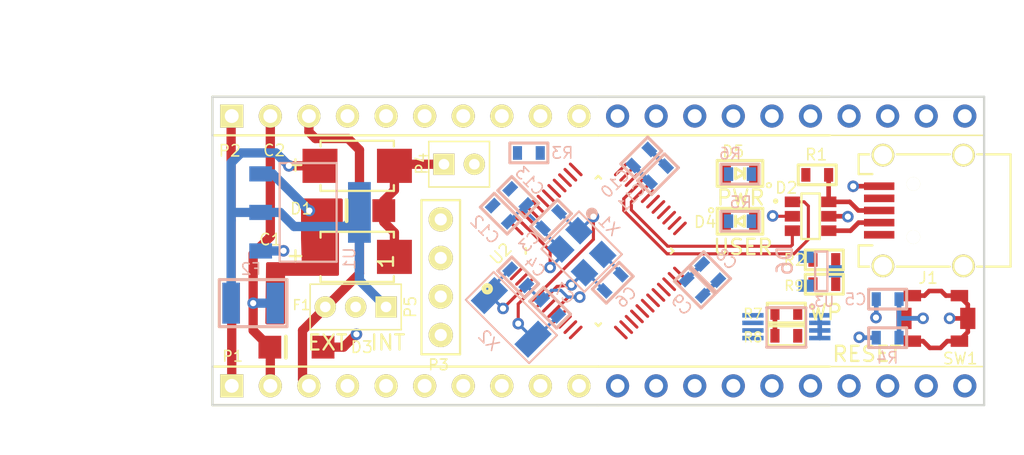
<source format=kicad_pcb>
(kicad_pcb (version 20221018) (generator pcbnew)
  (layers (0 "F.Cu" signal) (1 "In1.Cu" power "+3.3V") (2 "In2.Cu" power "GND") (31 "B.Cu" signal) (34 "B.Paste" user) (35 "F.Paste" user) (36 "B.SilkS" user "B.Silkscreen") (37 "F.SilkS" user "F.Silkscreen") (38 "B.Mask" user) (39 "F.Mask" user) (44 "Edge.Cuts" user))
  (net 0 "")
  (net 1 "Net-(C1-Pad1)")
  (net 2 "GND")
  (net 3 "/X1")
  (net 4 "/X3")
  (net 5 "/~{MRST}")
  (net 6 "/X2")
  (net 7 "/X4")
  (net 8 "/USB_DM")
  (net 9 "/USB_DP")
  (net 10 "Net-(D2-Pad4)")
  (net 11 "+3.3V")
  (net 12 "Net-(D2-Pad6)")
  (net 13 "/+3.3V_OUT")
  (net 14 "+5V")
  (net 15 "Net-(J1-Pad4)")
  (net 16 "/VBAT")
  (net 17 "/PC13")
  (net 18 "/PA0")
  (net 19 "/PA1")
  (net 20 "/PA2")
  (net 21 "/PA3")
  (net 22 "/PA4")
  (net 23 "/PA5")
  (net 24 "/PA6")
  (net 25 "/PA7")
  (net 26 "/PB0")
  (net 27 "/PB1")
  (net 28 "/PB2")
  (net 29 "/PB10")
  (net 30 "/PB11")
  (net 31 "/+3.3V_IN")
  (net 32 "/PB9")
  (net 33 "/PB8")
  (net 34 "/PB7")
  (net 35 "/PB6")
  (net 36 "/PB5")
  (net 37 "/PB4")
  (net 38 "/PB3")
  (net 39 "/PA15")
  (net 40 "/PA10")
  (net 41 "/PA9")
  (net 42 "/PA8")
  (net 43 "/PB15")
  (net 44 "/PB14")
  (net 45 "/PB13")
  (net 46 "/PB12")
  (net 47 "/SWDIO")
  (net 48 "/SWCLK")
  (net 49 "/BOOT")
  (net 50 "Net-(D4-PadA)")
  (net 51 "Net-(D5-PadA)")
  (net 52 "/+3.3V_INT")
  (net 53 "Net-(P2-Pad4)")
  (net 54 "/WP")
  (net 55 "Net-(D6-Pad2)")
  (net 56 "Net-(D6-Pad1)")
  (net 57 "Net-(D6-Pad3)")
  (footprint "Kicad:CAPACITOR_TANTALUM_C" (layer "F.Cu") (at 61.6 124.85)
    (fp_text reference "C1" (at -5.715 -1.143) (layer "F.SilkS") (effects (font (size 0.75 0.75) (thickness 0.1))))
    (fp_text value "47uF" hide)
    (fp_text user "+" (at -4.064 -0.127) (layer "F.SilkS"))
    (pad "1" smd rect (at -2.45 0) (size 2.3 2.25) (layers "F.Cu" "F.Paste" "F.Mask") (net 1 "Net-(C1-Pad1)"))
    (pad "2" smd rect (at 2.45 0) (size 2.3 2.25) (layers "F.Cu" "F.Paste" "F.Mask") (net 2 "GND"))
  )
  (footprint "Kicad:CAPACITOR_TANTALUM_C" (layer "F.Cu") (at 61.6 118.85)
    (fp_text reference "C2" (at -5.461 -1.016) (layer "F.SilkS") (effects (font (size 0.75 0.75) (thickness 0.1))))
    (fp_text value "47uF" hide)
    (fp_text user "+" (at -4.064 -0.127) (layer "F.SilkS"))
    (pad "1" smd rect (at -2.45 0) (size 2.3 2.25) (layers "F.Cu" "F.Paste" "F.Mask") (net 52 "/+3.3V_INT"))
    (pad "2" smd rect (at 2.45 0) (size 2.3 2.25) (layers "F.Cu" "F.Paste" "F.Mask") (net 2 "GND"))
  )
  (footprint "Kicad:MINI_SMA" (layer "F.Cu") (at 61.6 121.8 180)
    (fp_text reference "D1" (at 3.683 0.127 180) (layer "F.SilkS") (effects (font (size 0.75 0.75) (thickness 0.1))))
    (fp_text value "SMLJ33ABCT" hide)
    (pad "A" smd rect (at -1.75 0 180) (size 1.5 1.5) (layers "F.Cu" "F.Paste" "F.Mask") (net 2 "GND"))
    (pad "K" smd rect (at 1.75 0 180) (size 1.5 1.5) (layers "F.Cu" "F.Paste" "F.Mask") (net 1 "Net-(C1-Pad1)"))
  )
  (footprint "Kicad:SOT23-6" (layer "F.Cu") (at 92.6465 122.174 -90)
    (fp_text reference "D2" (at -1.874 2.7965) (layer "F.SilkS") (effects (font (size 0.75 0.75) (thickness 0.1))))
    (fp_text value "USBLC6-2" hide)
    (pad "1" smd rect (at -0.95 2.4 270) (size 0.7 1) (layers "F.Cu" "F.Paste" "F.Mask") (net 9 "/USB_DP"))
    (pad "2" smd rect (at 0 2.4 270) (size 0.7 1) (layers "F.Cu" "F.Paste" "F.Mask") (net 2 "GND"))
    (pad "3" smd rect (at 0.95 2.4 270) (size 0.7 1) (layers "F.Cu" "F.Paste" "F.Mask") (net 8 "/USB_DM"))
    (pad "4" smd rect (at 0.95 0 270) (size 0.7 1) (layers "F.Cu" "F.Paste" "F.Mask") (net 10 "Net-(D2-Pad4)"))
    (pad "5" smd rect (at 0 0 270) (size 0.7 1) (layers "F.Cu" "F.Paste" "F.Mask") (net 11 "+3.3V"))
    (pad "6" smd rect (at -0.95 0 270) (size 0.7 1) (layers "F.Cu" "F.Paste" "F.Mask") (net 12 "Net-(D2-Pad6)"))
  )
  (footprint "Kicad:MINI_SMA" (layer "F.Cu") (at 57.6 130.8 180)
    (fp_text reference "D3" (at -4.3 0 180) (layer "F.SilkS") (effects (font (size 0.75 0.75) (thickness 0.1))))
    (fp_text value "SMLJ33ABCT" hide)
    (pad "A" smd rect (at -1.75 0 180) (size 1.5 1.5) (layers "F.Cu" "F.Paste" "F.Mask") (net 2 "GND"))
    (pad "K" smd rect (at 1.75 0 180) (size 1.5 1.5) (layers "F.Cu" "F.Paste" "F.Mask") (net 13 "/+3.3V_OUT"))
  )
  (footprint "Kicad:P1210" (layer "F.Cu") (at 54.75 127.9)
    (fp_text reference "F1" (at 3.175 0.127) (layer "F.SilkS") (effects (font (size 0.65 0.65) (thickness 0.0975))))
    (fp_text value "FUSE_PTC_.75A_33V" hide)
    (pad "1" smd rect (at -1.45 0) (size 1.15 2.7) (layers "F.Cu" "F.Paste" "F.Mask") (net 14 "+5V"))
    (pad "2" smd rect (at 1.45 0) (size 1.15 2.7) (layers "F.Cu" "F.Paste" "F.Mask") (net 1 "Net-(C1-Pad1)"))
  )
  (footprint "Kicad:CONN_USB_UX60-MB" (layer "F.Cu") (at 96.012 121.793 90)
    (fp_text reference "J1" (at -4.445 3.175 180) (layer "F.SilkS") (effects (font (size 0.75 0.75) (thickness 0.1))))
    (fp_text value "USB_MINI_B_SMD" hide)
    (pad "" np_thru_hole circle (at -1.75 2.2 90) (size 0.9 0.9) (drill 0.9) (layers "*.Cu" "*.Mask" "F.SilkS"))
    (pad "" np_thru_hole circle (at 1.75 2.2 90) (size 0.9 0.9) (drill 0.9) (layers "*.Cu" "*.Mask" "F.SilkS"))
    (pad "1" smd rect (at -1.6 -0.05 90) (size 0.5 2) (layers "F.Cu" "F.Paste" "F.Mask") (net 55 "Net-(D6-Pad2)"))
    (pad "2" smd rect (at -0.8 -0.05 90) (size 0.5 2) (layers "F.Cu" "F.Paste" "F.Mask") (net 10 "Net-(D2-Pad4)"))
    (pad "3" smd rect (at 0 -0.05 90) (size 0.5 2) (layers "F.Cu" "F.Paste" "F.Mask") (net 12 "Net-(D2-Pad6)"))
    (pad "4" smd rect (at 0.8 -0.05 90) (size 0.5 2) (layers "F.Cu" "F.Paste" "F.Mask") (net 15 "Net-(J1-Pad4)"))
    (pad "5" smd rect (at 1.6 -0.05 90) (size 0.5 2) (layers "F.Cu" "F.Paste" "F.Mask") (net 2 "GND"))
    (pad "6" thru_hole circle (at -3.65 0.2 90) (size 1.5 1.5) (drill 1.2) (layers "*.Cu" "*.Mask" "F.SilkS") (net 2 "GND"))
    (pad "7" thru_hole circle (at 3.65 0.2 90) (size 1.5 1.5) (drill 1.2) (layers "*.Cu" "*.Mask" "F.SilkS") (net 2 "GND"))
    (pad "8" thru_hole circle (at -3.65 5.5 90) (size 1.5 1.5) (drill 1.2) (layers "*.Cu" "*.Mask" "F.SilkS") (net 2 "GND"))
    (pad "9" thru_hole circle (at 3.65 5.5 90) (size 1.5 1.5) (drill 1.2) (layers "*.Cu" "*.Mask" "F.SilkS") (net 2 "GND"))
  )
  (footprint "Kicad:HEADER_1X20_100MIL" (layer "F.Cu") (at 53.34 133.35)
    (fp_text reference "P1" (at 0.06 -1.95) (layer "F.SilkS") (effects (font (size 0.7 0.7) (thickness 0.1))))
    (fp_text value "CONN_1x20" hide)
    (pad "1" thru_hole rect (at 0 0) (size 1.524 1.524) (drill 0.9144) (layers "*.Cu" "*.Mask" "F.SilkS") (net 14 "+5V"))
    (pad "2" thru_hole circle (at 2.54 0) (size 1.524 1.524) (drill 0.9144) (layers "*.Cu" "*.Mask" "F.SilkS") (net 13 "/+3.3V_OUT"))
    (pad "3" thru_hole circle (at 5.08 0) (size 1.524 1.524) (drill 0.9144) (layers "*.Cu" "*.Mask" "F.SilkS") (net 31 "/+3.3V_IN"))
    (pad "4" thru_hole circle (at 7.62 0) (size 1.524 1.524) (drill 0.9144) (layers "*.Cu" "*.Mask" "F.SilkS") (net 16 "/VBAT"))
    (pad "5" thru_hole circle (at 10.16 0) (size 1.524 1.524) (drill 0.9144) (layers "*.Cu" "*.Mask" "F.SilkS") (net 17 "/PC13"))
    (pad "6" thru_hole circle (at 12.7 0) (size 1.524 1.524) (drill 0.9144) (layers "*.Cu" "*.Mask" "F.SilkS") (net 5 "/~{MRST}"))
    (pad "7" thru_hole circle (at 15.24 0) (size 1.524 1.524) (drill 0.9144) (layers "*.Cu" "*.Mask" "F.SilkS") (net 18 "/PA0"))
    (pad "8" thru_hole circle (at 17.78 0) (size 1.524 1.524) (drill 0.9144) (layers "*.Cu" "*.Mask" "F.SilkS") (net 19 "/PA1"))
    (pad "9" thru_hole circle (at 20.32 0) (size 1.524 1.524) (drill 0.9144) (layers "*.Cu" "*.Mask" "F.SilkS") (net 20 "/PA2"))
    (pad "10" thru_hole circle (at 22.86 0) (size 1.524 1.524) (drill 0.9144) (layers "*.Cu" "*.Mask" "F.SilkS") (net 21 "/PA3"))
    (pad "11" thru_hole circle (at 25.4 0) (size 1.524 1.524) (drill 0.9144) (layers "*.Cu" "*.Mask") (net 22 "/PA4"))
    (pad "12" thru_hole circle (at 27.94 0) (size 1.524 1.524) (drill 0.9144) (layers "*.Cu" "*.Mask") (net 23 "/PA5"))
    (pad "13" thru_hole circle (at 30.48 0) (size 1.524 1.524) (drill 0.9144) (layers "*.Cu" "*.Mask") (net 24 "/PA6"))
    (pad "14" thru_hole circle (at 33.02 0) (size 1.524 1.524) (drill 0.9144) (layers "*.Cu" "*.Mask") (net 25 "/PA7"))
    (pad "15" thru_hole circle (at 35.56 0) (size 1.524 1.524) (drill 0.9144) (layers "*.Cu" "*.Mask") (net 26 "/PB0"))
    (pad "16" thru_hole circle (at 38.1 0) (size 1.524 1.524) (drill 0.9144) (layers "*.Cu" "*.Mask") (net 27 "/PB1"))
    (pad "17" thru_hole circle (at 40.64 0) (size 1.524 1.524) (drill 0.9144) (layers "*.Cu" "*.Mask") (net 28 "/PB2"))
    (pad "18" thru_hole circle (at 43.18 0) (size 1.524 1.524) (drill 0.9144) (layers "*.Cu" "*.Mask") (net 29 "/PB10"))
    (pad "19" thru_hole circle (at 45.72 0) (size 1.524 1.524) (drill 0.9144) (layers "*.Cu" "*.Mask") (net 30 "/PB11"))
    (pad "20" thru_hole circle (at 48.26 0) (size 1.524 1.524) (drill 0.9144) (layers "*.Cu" "*.Mask") (net 2 "GND"))
  )
  (footprint "Kicad:HEADER_1X20_100MIL" (layer "F.Cu") (at 53.34 115.57)
    (fp_text reference "P2" (at -0.127 2.286) (layer "F.SilkS") (effects (font (size 0.75 0.75) (thickness 0.1))))
    (fp_text value "CONN_1x20" hide)
    (pad "1" thru_hole rect (at 0 0) (size 1.524 1.524) (drill 0.9144) (layers "*.Cu" "*.Mask" "F.SilkS") (net 14 "+5V"))
    (pad "2" thru_hole circle (at 2.54 0) (size 1.524 1.524) (drill 0.9144) (layers "*.Cu" "*.Mask" "F.SilkS") (net 13 "/+3.3V_OUT"))
    (pad "3" thru_hole circle (at 5.08 0) (size 1.524 1.524) (drill 0.9144) (layers "*.Cu" "*.Mask" "F.SilkS") (net 31 "/+3.3V_IN"))
    (pad "4" thru_hole circle (at 7.62 0) (size 1.524 1.524) (drill 0.9144) (layers "*.Cu" "*.Mask" "F.SilkS") (net 53 "Net-(P2-Pad4)"))
    (pad "5" thru_hole circle (at 10.16 0) (size 1.524 1.524) (drill 0.9144) (layers "*.Cu" "*.Mask" "F.SilkS") (net 32 "/PB9"))
    (pad "6" thru_hole circle (at 12.7 0) (size 1.524 1.524) (drill 0.9144) (layers "*.Cu" "*.Mask" "F.SilkS") (net 33 "/PB8"))
    (pad "7" thru_hole circle (at 15.24 0) (size 1.524 1.524) (drill 0.9144) (layers "*.Cu" "*.Mask" "F.SilkS") (net 34 "/PB7"))
    (pad "8" thru_hole circle (at 17.78 0) (size 1.524 1.524) (drill 0.9144) (layers "*.Cu" "*.Mask" "F.SilkS") (net 35 "/PB6"))
    (pad "9" thru_hole circle (at 20.32 0) (size 1.524 1.524) (drill 0.9144) (layers "*.Cu" "*.Mask" "F.SilkS") (net 36 "/PB5"))
    (pad "10" thru_hole circle (at 22.86 0) (size 1.524 1.524) (drill 0.9144) (layers "*.Cu" "*.Mask" "F.SilkS") (net 37 "/PB4"))
    (pad "11" thru_hole circle (at 25.4 0) (size 1.524 1.524) (drill 0.9144) (layers "*.Cu" "*.Mask") (net 38 "/PB3"))
    (pad "12" thru_hole circle (at 27.94 0) (size 1.524 1.524) (drill 0.9144) (layers "*.Cu" "*.Mask") (net 39 "/PA15"))
    (pad "13" thru_hole circle (at 30.48 0) (size 1.524 1.524) (drill 0.9144) (layers "*.Cu" "*.Mask") (net 40 "/PA10"))
    (pad "14" thru_hole circle (at 33.02 0) (size 1.524 1.524) (drill 0.9144) (layers "*.Cu" "*.Mask") (net 41 "/PA9"))
    (pad "15" thru_hole circle (at 35.56 0) (size 1.524 1.524) (drill 0.9144) (layers "*.Cu" "*.Mask") (net 42 "/PA8"))
    (pad "16" thru_hole circle (at 38.1 0) (size 1.524 1.524) (drill 0.9144) (layers "*.Cu" "*.Mask") (net 43 "/PB15"))
    (pad "17" thru_hole circle (at 40.64 0) (size 1.524 1.524) (drill 0.9144) (layers "*.Cu" "*.Mask") (net 44 "/PB14"))
    (pad "18" thru_hole circle (at 43.18 0) (size 1.524 1.524) (drill 0.9144) (layers "*.Cu" "*.Mask") (net 45 "/PB13"))
    (pad "19" thru_hole circle (at 45.72 0) (size 1.524 1.524) (drill 0.9144) (layers "*.Cu" "*.Mask") (net 46 "/PB12"))
    (pad "20" thru_hole circle (at 48.26 0) (size 1.524 1.524) (drill 0.9144) (layers "*.Cu" "*.Mask") (net 2 "GND"))
  )
  (footprint "Kicad:Connector_1x4_100mil_TH" (layer "F.Cu") (at 67.1 130 180)
    (fp_text reference "P3" (at 0.145 -1.965 180) (layer "F.SilkS") (effects (font (size 0.7 0.7) (thickness 0.1))))
    (fp_text value "CONN_1x4" hide)
    (pad "1" thru_hole circle (at 0 0 180) (size 1.6 1.6) (drill 0.8) (layers "*.Cu" "*.Mask" "F.SilkS") (net 47 "/SWDIO"))
    (pad "2" thru_hole circle (at 0 2.54 180) (size 1.6 1.6) (drill 0.8) (layers "*.Cu" "*.Mask" "F.SilkS") (net 2 "GND"))
    (pad "3" thru_hole circle (at 0 5.08 180) (size 1.6 1.6) (drill 0.8) (layers "*.Cu" "*.Mask" "F.SilkS") (net 48 "/SWCLK"))
    (pad "4" thru_hole circle (at 0 7.62 180) (size 1.6 1.6) (drill 0.8) (layers "*.Cu" "*.Mask" "F.SilkS") (net 11 "+3.3V"))
  )
  (footprint "Kicad:P0603" (layer "F.Cu") (at 91.8845 119.444)
    (fp_text reference "R1" (at -0.0635 -1.3335) (layer "F.SilkS") (effects (font (size 0.75 0.75) (thickness 0.1))))
    (fp_text value "1.50kΩ" hide)
    (pad "1" smd rect (at -0.75 0) (size 0.6 0.9) (layers "F.Cu" "F.Paste" "F.Mask") (net 11 "+3.3V"))
    (pad "2" smd rect (at 0.75 0) (size 0.6 0.9) (layers "F.Cu" "F.Paste" "F.Mask") (net 12 "Net-(D2-Pad6)"))
  )
  (footprint "Kicad:P0603" (layer "F.Cu") (at 92.35 125.05 180)
    (fp_text reference "R2" (at 1.95 0) (layer "F.SilkS") (effects (font (size 0.75 0.75) (thickness 0.1))))
    (fp_text value "ZERO_Ω" hide)
    (pad "1" smd rect (at -0.75 0 180) (size 0.6 0.9) (layers "F.Cu" "F.Paste" "F.Mask") (net 14 "+5V"))
    (pad "2" smd rect (at 0.75 0 180) (size 0.6 0.9) (layers "F.Cu" "F.Paste" "F.Mask") (net 57 "Net-(D6-Pad3)"))
  )
  (footprint "Kicad:QFP48_7X7_0.5" (layer "F.Cu") (at 77.47 124.46 45)
    (fp_text reference "U2" (at -4.669733 -4.400325 45) (layer "F.SilkS") (effects (font (size 0.75 0.75) (thickness 0.1))))
    (fp_text value "STM32L152Cxx" hide)
    (pad "1" smd oval (at -4.85 -2.75 135) (size 0.2 1.2) (layers "F.Cu" "F.Paste" "F.Mask") (net 16 "/VBAT"))
    (pad "2" smd oval (at -4.85 -2.25 135) (size 0.2 1.2) (layers "F.Cu" "F.Paste" "F.Mask") (net 17 "/PC13"))
    (pad "3" smd oval (at -4.85 -1.75 135) (size 0.2 1.2) (layers "F.Cu" "F.Paste" "F.Mask") (net 4 "/X3"))
    (pad "4" smd oval (at -4.85 -1.25 135) (size 0.2 1.2) (layers "F.Cu" "F.Paste" "F.Mask") (net 7 "/X4"))
    (pad "5" smd oval (at -4.85 -0.75 135) (size 0.2 1.2) (layers "F.Cu" "F.Paste" "F.Mask") (net 3 "/X1"))
    (pad "6" smd oval (at -4.85 -0.25 135) (size 0.2 1.2) (layers "F.Cu" "F.Paste" "F.Mask") (net 6 "/X2"))
    (pad "7" smd oval (at -4.85 0.25 135) (size 0.2 1.2) (layers "F.Cu" "F.Paste" "F.Mask") (net 5 "/~{MRST}"))
    (pad "8" smd oval (at -4.85 0.75 135) (size 0.2 1.2) (layers "F.Cu" "F.Paste" "F.Mask") (net 2 "GND"))
    (pad "9" smd oval (at -4.85 1.25 135) (size 0.2 1.2) (layers "F.Cu" "F.Paste" "F.Mask") (net 11 "+3.3V"))
    (pad "10" smd oval (at -4.85 1.75 135) (size 0.2 1.2) (layers "F.Cu" "F.Paste" "F.Mask") (net 18 "/PA0"))
    (pad "11" smd oval (at -4.85 2.25 135) (size 0.2 1.2) (layers "F.Cu" "F.Paste" "F.Mask") (net 19 "/PA1"))
    (pad "12" smd oval (at -4.85 2.75 135) (size 0.2 1.2) (layers "F.Cu" "F.Paste" "F.Mask") (net 20 "/PA2"))
    (pad "13" smd oval (at -2.75 4.85 45) (size 0.2 1.2) (layers "F.Cu" "F.Paste" "F.Mask") (net 21 "/PA3"))
    (pad "14" smd oval (at -2.25 4.85 45) (size 0.2 1.2) (layers "F.Cu" "F.Paste" "F.Mask") (net 22 "/PA4"))
    (pad "15" smd oval (at -1.75 4.85 45) (size 0.2 1.2) (layers "F.Cu" "F.Paste" "F.Mask") (net 23 "/PA5"))
    (pad "16" smd oval (at -1.25 4.85 45) (size 0.2 1.2) (layers "F.Cu" "F.Paste" "F.Mask") (net 24 "/PA6"))
    (pad "17" smd oval (at -0.75 4.85 45) (size 0.2 1.2) (layers "F.Cu" "F.Paste" "F.Mask") (net 25 "/PA7"))
    (pad "18" smd oval (at -0.25 4.85 45) (size 0.2 1.2) (layers "F.Cu" "F.Paste" "F.Mask") (net 26 "/PB0"))
    (pad "19" smd oval (at 0.25 4.85 45) (size 0.2 1.2) (layers "F.Cu" "F.Paste" "F.Mask") (net 27 "/PB1"))
    (pad "20" smd oval (at 0.75 4.85 45) (size 0.2 1.2) (layers "F.Cu" "F.Paste" "F.Mask") (net 28 "/PB2"))
    (pad "21" smd oval (at 1.25 4.85 45) (size 0.2 1.2) (layers "F.Cu" "F.Paste" "F.Mask") (net 29 "/PB10"))
    (pad "22" smd oval (at 1.75 4.85 45) (size 0.2 1.2) (layers "F.Cu" "F.Paste" "F.Mask") (net 30 "/PB11"))
    (pad "23" smd oval (at 2.25 4.85 45) (size 0.2 1.2) (layers "F.Cu" "F.Paste" "F.Mask") (net 2 "GND"))
    (pad "24" smd oval (at 2.75 4.85 45) (size 0.2 1.2) (layers "F.Cu" "F.Paste" "F.Mask") (net 11 "+3.3V"))
    (pad "25" smd oval (at 4.85 2.75 135) (size 0.2 1.2) (layers "F.Cu" "F.Paste" "F.Mask") (net 46 "/PB12"))
    (pad "26" smd oval (at 4.85 2.25 135) (size 0.2 1.2) (layers "F.Cu" "F.Paste" "F.Mask") (net 45 "/PB13"))
    (pad "27" smd oval (at 4.85 1.75 135) (size 0.2 1.2) (layers "F.Cu" "F.Paste" "F.Mask") (net 44 "/PB14"))
    (pad "28" smd oval (at 4.85 1.25 135) (size 0.2 1.2) (layers "F.Cu" "F.Paste" "F.Mask") (net 43 "/PB15"))
    (pad "29" smd oval (at 4.85 0.75 135) (size 0.2 1.2) (layers "F.Cu" "F.Paste" "F.Mask") (net 42 "/PA8"))
    (pad "30" smd oval (at 4.85 0.25 135) (size 0.2 1.2) (layers "F.Cu" "F.Paste" "F.Mask") (net 41 "/PA9"))
    (pad "31" smd oval (at 4.85 -0.25 135) (size 0.2 1.2) (layers "F.Cu" "F.Paste" "F.Mask") (net 40 "/PA10"))
    (pad "32" smd oval (at 4.85 -0.75 135) (size 0.2 1.2) (layers "F.Cu" "F.Paste" "F.Mask") (net 8 "/USB_DM"))
    (pad "33" smd oval (at 4.85 -1.25 135) (size 0.2 1.2) (layers "F.Cu" "F.Paste" "F.Mask") (net 9 "/USB_DP"))
    (pad "34" smd oval (at 4.85 -1.75 135) (size 0.2 1.2) (layers "F.Cu" "F.Paste" "F.Mask") (net 47 "/SWDIO"))
    (pad "35" smd oval (at 4.85 -2.25 135) (size 0.2 1.2) (layers "F.Cu" "F.Paste" "F.Mask") (net 2 "GND"))
    (pad "36" smd oval (at 4.85 -2.75 135) (size 0.2 1.2) (layers "F.Cu" "F.Paste" "F.Mask") (net 11 "+3.3V"))
    (pad "37" smd oval (at 2.75 -4.85 45) (size 0.2 1.2) (layers "F.Cu" "F.Paste" "F.Mask") (net 48 "/SWCLK"))
    (pad "38" smd oval (at 2.25 -4.85 45) (size 0.2 1.2) (layers "F.Cu" "F.Paste" "F.Mask") (net 39 "/PA15"))
    (pad "39" smd oval (at 1.75 -4.85 45) (size 0.2 1.2) (layers "F.Cu" "F.Paste" "F.Mask") (net 38 "/PB3"))
    (pad "40" smd oval (at 1.25 -4.85 45) (size 0.2 1.2) (layers "F.Cu" "F.Paste" "F.Mask") (net 37 "/PB4"))
    (pad "41" smd oval (at 0.75 -4.85 45) (size 0.2 1.2) (layers "F.Cu" "F.Paste" "F.Mask") (net 36 "/PB5"))
    (pad "42" smd oval (at 0.25 -4.85 45) (size 0.2 1.2) (layers "F.Cu" "F.Paste" "F.Mask") (net 35 "/PB6"))
    (pad "43" smd oval (at -0.25 -4.85 45) (size 0.2 1.2) (layers "F.Cu" "F.Paste" "F.Mask") (net 34 "/PB7"))
    (pad "44" smd oval (at -0.75 -4.85 45) (size 0.2 1.2) (layers "F.Cu" "F.Paste" "F.Mask") (net 49 "/BOOT"))
    (pad "45" smd oval (at -1.25 -4.85 45) (size 0.2 1.2) (layers "F.Cu" "F.Paste" "F.Mask") (net 33 "/PB8"))
    (pad "46" smd oval (at -1.75 -4.85 45) (size 0.2 1.2) (layers "F.Cu" "F.Paste" "F.Mask") (net 32 "/PB9"))
    (pad "47" smd oval (at -2.25 -4.85 45) (size 0.2 1.2) (layers "F.Cu" "F.Paste" "F.Mask") (net 2 "GND"))
    (pad "48" smd oval (at -2.75 -4.85 45) (size 0.2 1.2) (layers "F.Cu" "F.Paste" "F.Mask") (net 11 "+3.3V"))
  )
  (footprint "Kicad:D0805" (layer "F.Cu") (at 86.8 122.5)
    (fp_text reference "D4" (at -2.3 0.05) (layer "F.SilkS") (effects (font (size 0.75 0.75) (thickness 0.1))))
    (fp_text value "Led_Small" hide)
    (fp_text user "○" (at -1.9 -0.75) (layer "F.SilkS") (effects (font (size 0.4 0.4) (thickness 0.1))))
    (pad "A" smd rect (at 0.95 0) (size 0.7 1.3) (layers "F.Cu" "F.Paste" "F.Mask") (net 50 "Net-(D4-PadA)"))
    (pad "K" smd rect (at -0.95 0) (size 0.7 1.3) (layers "F.Cu" "F.Paste" "F.Mask") (net 30 "/PB11"))
  )
  (footprint "Kicad:D0805" (layer "F.Cu") (at 86.8 119.35 180)
    (fp_text reference "D5" (at 0.45 1.45 180) (layer "F.SilkS") (effects (font (size 0.75 0.75) (thickness 0.1))))
    (fp_text value "Led_Small" hide)
    (fp_text user "○" (at -1.9 -0.75 180) (layer "F.SilkS") (effects (font (size 0.4 0.4) (thickness 0.1))))
    (pad "A" smd rect (at 0.95 0 180) (size 0.7 1.3) (layers "F.Cu" "F.Paste" "F.Mask") (net 51 "Net-(D5-PadA)"))
    (pad "K" smd rect (at -0.95 0 180) (size 0.7 1.3) (layers "F.Cu" "F.Paste" "F.Mask") (net 2 "GND"))
  )
  (footprint "Kicad:HEADER_1X2_2MM" (layer "F.Cu") (at 67.31 118.745 90)
    (fp_text reference "P4" (at 0.045 -1.46 90) (layer "F.SilkS") (effects (font (size 0.75 0.75) (thickness 0.1))))
    (fp_text value "Header_2x1" hide)
    (pad "1" thru_hole rect (at 0 0 90) (size 1.4 1.4) (drill 0.7) (layers "*.Cu" "*.Mask" "F.SilkS") (net 2 "GND"))
    (pad "2" thru_hole circle (at 0 2 90) (size 1.4 1.4) (drill 0.7) (layers "*.Cu" "*.Mask" "F.SilkS") (net 49 "/BOOT"))
  )
  (footprint "Kicad:HEADER_1X3_2MM" (layer "F.Cu") (at 63.5 128.15 -90)
    (fp_text reference "P5" (at 0 -1.6 270) (layer "F.SilkS") (effects (font (size 0.75 0.75) (thickness 0.1))))
    (fp_text value "CONN_1x3" hide)
    (fp_text user "1" (at -3 0 270) (layer "F.SilkS"))
    (pad "1" thru_hole rect (at 0 0 270) (size 1.4 1.4) (drill 0.7) (layers "*.Cu" "*.Mask" "F.SilkS") (net 52 "/+3.3V_INT"))
    (pad "2" thru_hole circle (at 0 2 270) (size 1.4 1.4) (drill 0.7) (layers "*.Cu" "*.Mask" "F.SilkS") (net 11 "+3.3V"))
    (pad "3" thru_hole circle (at 0 4 270) (size 1.4 1.4) (drill 0.7) (layers "*.Cu" "*.Mask" "F.SilkS") (net 31 "/+3.3V_IN"))
  )
  (footprint "Kicad:SWITCH_SPST_3X4MM" (layer "F.Cu") (at 99.695 128.905 180)
    (fp_text reference "SW1" (at -1.605 -2.645 180) (layer "F.SilkS") (effects (font (size 0.75 0.75) (thickness 0.1))))
    (fp_text value "PUSHBUTTON_SPST_3X4MM" hide)
    (pad "" np_thru_hole circle (at 0 -0.9 180) (size 0.8 0.8) (drill 0.8) (layers "*.Cu" "*.Mask"))
    (pad "" np_thru_hole circle (at 0 0.9 180) (size 0.8 0.8) (drill 0.8) (layers "*.Cu" "*.Mask"))
    (pad "1" smd rect (at -2.1 0 180) (size 1 1.4) (layers "F.Cu" "F.Paste" "F.Mask") (net 2 "GND"))
    (pad "2" smd rect (at 2.1 0 180) (size 1 1.4) (layers "F.Cu" "F.Paste" "F.Mask") (net 5 "/~{MRST}"))
    (pad "3" smd rect (at -1.55 -1.5 180) (size 1.15 0.75) (layers "F.Cu" "F.Paste" "F.Mask") (net 2 "GND"))
    (pad "4" smd rect (at 1.55 -1.5 180) (size 1.15 0.75) (layers "F.Cu" "F.Paste" "F.Mask") (net 2 "GND"))
    (pad "5" smd rect (at 1.55 1.5 180) (size 1.15 0.75) (layers "F.Cu" "F.Paste" "F.Mask") (net 2 "GND"))
    (pad "6" smd rect (at -1.55 1.5 180) (size 1.15 0.75) (layers "F.Cu" "F.Paste" "F.Mask") (net 2 "GND"))
  )
  (footprint "Kicad:P0603" (layer "F.Cu") (at 89.85 128.55 180)
    (fp_text reference "R7" (at 2.2 -0.05 180) (layer "F.SilkS") (effects (font (size 0.65 0.65) (thickness 0.0975))))
    (fp_text value "ZERO_Ω" hide)
    (pad "1" smd rect (at -0.75 0 180) (size 0.6 0.9) (layers "F.Cu" "F.Paste" "F.Mask") (net 11 "+3.3V"))
    (pad "2" smd rect (at 0.75 0 180) (size 0.6 0.9) (layers "F.Cu" "F.Paste" "F.Mask") (net 54 "/WP"))
  )
  (footprint "Kicad:P0603" (layer "F.Cu") (at 89.85 130.05)
    (fp_text reference "R8" (at -2.2 0.1) (layer "F.SilkS") (effects (font (size 0.65 0.65) (thickness 0.0975))))
    (fp_text value "4.70kΩ" hide)
    (pad "1" smd rect (at -0.75 0) (size 0.6 0.9) (layers "F.Cu" "F.Paste" "F.Mask") (net 54 "/WP"))
    (pad "2" smd rect (at 0.75 0) (size 0.6 0.9) (layers "F.Cu" "F.Paste" "F.Mask") (net 2 "GND"))
  )
  (footprint "Kicad:P0603" (layer "F.Cu") (at 92.35 126.65 180)
    (fp_text reference "R9" (at 2 -0.1 180) (layer "F.SilkS") (effects (font (size 0.65 0.65) (thickness 0.0975))))
    (fp_text value "ZERO_Ω" hide)
    (pad "1" smd rect (at -0.75 0 180) (size 0.6 0.9) (layers "F.Cu" "F.Paste" "F.Mask") (net 11 "+3.3V"))
    (pad "2" smd rect (at 0.75 0 180) (size 0.6 0.9) (layers "F.Cu" "F.Paste" "F.Mask") (net 56 "Net-(D6-Pad1)"))
  )
  (footprint "Kicad:P0603" (layer "B.Cu") (at 74.3585 122.428 -135)
    (fp_text reference "C3" (at 2.000001 0 225) (layer "B.SilkS") (effects (font (size 0.75 0.75) (thickness 0.1)) (justify mirror)))
    (fp_text value "12pF" hide)
    (pad "1" smd rect (at -0.75 0 225) (size 0.6 0.9) (layers "B.Cu" "B.Paste" "B.Mask") (net 3 "/X1"))
    (pad "2" smd rect (at 0.75 0 225) (size 0.6 0.9) (layers "B.Cu" "B.Paste" "B.Mask") (net 2 "GND"))
  )
  (footprint "Kicad:P0603" (layer "B.Cu") (at 72.2 126.2 -45)
    (fp_text reference "C4" (at 0.282843 -1.272792 315) (layer "B.SilkS") (effects (font (size 0.75 0.75) (thickness 0.1)) (justify mirror)))
    (fp_text value "12pF" hide)
    (pad "1" smd rect (at -0.75 0 315) (size 0.6 0.9) (layers "B.Cu" "B.Paste" "B.Mask") (net 4 "/X3"))
    (pad "2" smd rect (at 0.75 0 315) (size 0.6 0.9) (layers "B.Cu" "B.Paste" "B.Mask") (net 2 "GND"))
  )
  (footprint "Kicad:P0603" (layer "B.Cu") (at 96.52 127.635 180)
    (fp_text reference "C5" (at 2.12 -0.015 180) (layer "B.SilkS") (effects (font (size 0.75 0.75) (thickness 0.1)) (justify mirror)))
    (fp_text value "0.010uF" hide)
    (pad "1" smd rect (at -0.75 0 180) (size 0.6 0.9) (layers "B.Cu" "B.Paste" "B.Mask") (net 5 "/~{MRST}"))
    (pad "2" smd rect (at 0.75 0 180) (size 0.6 0.9) (layers "B.Cu" "B.Paste" "B.Mask") (net 2 "GND"))
  )
  (footprint "Kicad:P0603" (layer "B.Cu") (at 78.4225 126.556 45)
    (fp_text reference "C6" (at -0.047023 1.287995 45) (layer "B.SilkS") (effects (font (size 0.75 0.75) (thickness 0.1)) (justify mirror)))
    (fp_text value "12pF" hide)
    (pad "1" smd rect (at -0.75 0 45) (size 0.6 0.9) (layers "B.Cu" "B.Paste" "B.Mask") (net 6 "/X2"))
    (pad "2" smd rect (at 0.75 0 45) (size 0.6 0.9) (layers "B.Cu" "B.Paste" "B.Mask") (net 2 "GND"))
  )
  (footprint "Kicad:P0603" (layer "B.Cu") (at 74.3 128.2 135)
    (fp_text reference "C7" (at 0 1.3 135) (layer "B.SilkS") (effects (font (size 0.75 0.75) (thickness 0.1)) (justify mirror)))
    (fp_text value "12pF" hide)
    (pad "1" smd rect (at -0.75 0 135) (size 0.6 0.9) (layers "B.Cu" "B.Paste" "B.Mask") (net 7 "/X4"))
    (pad "2" smd rect (at 0.75 0 135) (size 0.6 0.9) (layers "B.Cu" "B.Paste" "B.Mask") (net 2 "GND"))
  )
  (footprint "Kicad:P1210" (layer "B.Cu") (at 54.75 127.9)
    (fp_text reference "F2" (at -0.15 -2.25) (layer "B.SilkS") (effects (font (size 0.75 0.75) (thickness 0.1)) (justify mirror)))
    (fp_text value "FUSE_PTC_.5A_33V" hide)
    (pad "1" smd rect (at -1.45 0) (size 1.15 2.7) (layers "B.Cu" "B.Paste" "B.Mask") (net 52 "/+3.3V_INT"))
    (pad "2" smd rect (at 1.45 0) (size 1.15 2.7) (layers "B.Cu" "B.Paste" "B.Mask") (net 13 "/+3.3V_OUT"))
  )
  (footprint "Kicad:P0603" (layer "B.Cu") (at 72.9 118)
    (fp_text reference "R3" (at 2.2 0) (layer "B.SilkS") (effects (font (size 0.75 0.75) (thickness 0.1)) (justify mirror)))
    (fp_text value "10.0kΩ" hide)
    (pad "1" smd rect (at -0.75 0) (size 0.6 0.9) (layers "B.Cu" "B.Paste" "B.Mask") (net 49 "/BOOT"))
    (pad "2" smd rect (at 0.75 0) (size 0.6 0.9) (layers "B.Cu" "B.Paste" "B.Mask") (net 11 "+3.3V"))
  )
  (footprint "Kicad:P0603" (layer "B.Cu") (at 96.52 130.175 180)
    (fp_text reference "R4" (at 0.02 -1.325 180) (layer "B.SilkS") (effects (font (size 0.75 0.75) (thickness 0.1)) (justify mirror)))
    (fp_text value "10.0kΩ" hide)
    (pad "1" smd rect (at -0.75 0 180) (size 0.6 0.9) (layers "B.Cu" "B.Paste" "B.Mask") (net 5 "/~{MRST}"))
    (pad "2" smd rect (at 0.75 0 180) (size 0.6 0.9) (layers "B.Cu" "B.Paste" "B.Mask") (net 11 "+3.3V"))
  )
  (footprint "Kicad:SOT223_4" (layer "B.Cu") (at 55.245 121.92 90)
    (fp_text reference "U1" (at -3.048 5.842 90) (layer "B.SilkS") (effects (font (size 0.75 0.75) (thickness 0.1)) (justify mirror)))
    (fp_text value "LM1117_SOT223" hide)
    (pad "1" smd rect (at -2.54 0 90) (size 1 1.5) (layers "B.Cu" "B.Paste" "B.Mask") (net 2 "GND"))
    (pad "2" smd rect (at 0 0 90) (size 1 1.5) (layers "B.Cu" "B.Paste" "B.Mask") (net 52 "/+3.3V_INT"))
    (pad "3" smd rect (at 2.54 0 90) (size 1 1.5) (layers "B.Cu" "B.Paste" "B.Mask") (net 1 "Net-(C1-Pad1)"))
    (pad "4" smd rect (at 0 6.5 90) (size 4 1.5) (layers "B.Cu" "B.Paste" "B.Mask") (net 52 "/+3.3V_INT"))
  )
  (footprint "Kicad:XTAL_3.2X2.5" (layer "B.Cu") (at 76.2 123.126 -45)
    (fp_text reference "X1" (at 1.145 -1.64 315) (layer "B.SilkS") (effects (font (size 0.75 0.75) (thickness 0.1)) (justify mirror)))
    (fp_text value "ABM8G-12.00MHz" hide)
    (pad "1" smd rect (at 0 0 315) (size 1.397 1.1938) (layers "B.Cu" "B.Paste" "B.Mask") (net 3 "/X1"))
    (pad "2" smd rect (at 2.2098 0 315) (size 1.397 1.1938) (layers "B.Cu" "B.Paste" "B.Mask") (net 2 "GND"))
    (pad "3" smd rect (at 2.2098 1.7018 315) (size 1.397 1.1938) (layers "B.Cu" "B.Paste" "B.Mask") (net 6 "/X2"))
    (pad "4" smd rect (at 0 1.7018 315) (size 1.397 1.1938) (layers "B.Cu" "B.Paste" "B.Mask") (net 2 "GND"))
  )
  (footprint "Kicad:XTAL_1.8X4.9mm" (layer "B.Cu") (at 70.3 127.4 -45)
    (fp_text reference "X2" (at 2.05061 2.12132 315) (layer "B.SilkS") (effects (font (size 0.75 0.75) (thickness 0.1)) (justify mirror)))
    (fp_text value "ABS10-32.768kHz" hide)
    (pad "1" smd rect (at 0 0 315) (size 1.27 2.2098) (layers "B.Cu" "B.Paste" "B.Mask") (net 4 "/X3"))
    (pad "2" smd rect (at 4.064 0 315) (size 1.27 2.2098) (layers "B.Cu" "B.Paste" "B.Mask") (net 7 "/X4"))
  )
  (footprint "Kicad:P0603" (layer "B.Cu") (at 84.836 125.857 -45)
    (fp_text reference "C8" (at 0.146371 -1.358352 315) (layer "B.SilkS") (effects (font (size 0.75 0.75) (thickness 0.1)) (justify mirror)))
    (fp_text value "0.10uF" hide)
    (pad "1" smd rect (at -0.75 0 315) (size 0.6 0.9) (layers "B.Cu" "B.Paste" "B.Mask") (net 11 "+3.3V"))
    (pad "2" smd rect (at 0.75 0 315) (size 0.6 0.9) (layers "B.Cu" "B.Paste" "B.Mask") (net 2 "GND"))
  )
  (footprint "Kicad:P0603" (layer "B.Cu") (at 83.82 126.873 -45)
    (fp_text reference "C9" (at 0.181726 1.412092 315) (layer "B.SilkS") (effects (font (size 0.75 0.75) (thickness 0.1)) (justify mirror)))
    (fp_text value "10.0uF" hide)
    (pad "1" smd rect (at -0.75 0 315) (size 0.6 0.9) (layers "B.Cu" "B.Paste" "B.Mask") (net 11 "+3.3V"))
    (pad "2" smd rect (at 0.75 0 315) (size 0.6 0.9) (layers "B.Cu" "B.Paste" "B.Mask") (net 2 "GND"))
  )
  (footprint "Kicad:P0603" (layer "B.Cu") (at 80.3 118.3 45)
    (fp_text reference "C10" (at -2.424669 0 45) (layer "B.SilkS") (effects (font (size 0.75 0.75) (thickness 0.1)) (justify mirror)))
    (fp_text value "0.10uF" hide)
    (pad "1" smd rect (at -0.75 0 45) (size 0.6 0.9) (layers "B.Cu" "B.Paste" "B.Mask") (net 11 "+3.3V"))
    (pad "2" smd rect (at 0.75 0 45) (size 0.6 0.9) (layers "B.Cu" "B.Paste" "B.Mask") (net 2 "GND"))
  )
  (footprint "Kicad:P0603" (layer "B.Cu") (at 81.4 119.4 45)
    (fp_text reference "C11" (at -2.333452 -0.165463 45) (layer "B.SilkS") (effects (font (size 0.75 0.75) (thickness 0.1)) (justify mirror)))
    (fp_text value "10.0uF" hide)
    (pad "1" smd rect (at -0.75 0 45) (size 0.6 0.9) (layers "B.Cu" "B.Paste" "B.Mask") (net 11 "+3.3V"))
    (pad "2" smd rect (at 0.75 0 45) (size 0.6 0.9) (layers "B.Cu" "B.Paste" "B.Mask") (net 2 "GND"))
  )
  (footprint "Kicad:P0603" (layer "B.Cu") (at 71.05 122 -45)
    (fp_text reference "C12" (at 0 1.484924 315) (layer "B.SilkS") (effects (font (size 0.75 0.75) (thickness 0.1)) (justify mirror)))
    (fp_text value "0.10uF" hide)
    (pad "1" smd rect (at -0.75 0 315) (size 0.6 0.9) (layers "B.Cu" "B.Paste" "B.Mask") (net 11 "+3.3V"))
    (pad "2" smd rect (at 0.75 0 315) (size 0.6 0.9) (layers "B.Cu" "B.Paste" "B.Mask") (net 2 "GND"))
  )
  (footprint "Kicad:P0603" (layer "B.Cu") (at 72.2 120.9 -45)
    (fp_text reference "C13" (at -0.212132 -1.272792 315) (layer "B.SilkS") (effects (font (size 0.75 0.75) (thickness 0.1)) (justify mirror)))
    (fp_text value "10.0uF" hide)
    (pad "1" smd rect (at -0.75 0 315) (size 0.6 0.9) (layers "B.Cu" "B.Paste" "B.Mask") (net 11 "+3.3V"))
    (pad "2" smd rect (at 0.75 0 315) (size 0.6 0.9) (layers "B.Cu" "B.Paste" "B.Mask") (net 2 "GND"))
  )
  (footprint "Kicad:P0603" (layer "B.Cu") (at 86.8 122.5)
    (fp_text reference "R5" (at 0.05 -1.25) (layer "B.SilkS") (effects (font (size 0.75 0.75) (thickness 0.1)) (justify mirror)))
    (fp_text value "220.0Ω" hide)
    (pad "1" smd rect (at -0.75 0) (size 0.6 0.9) (layers "B.Cu" "B.Paste" "B.Mask") (net 11 "+3.3V"))
    (pad "2" smd rect (at 0.75 0) (size 0.6 0.9) (layers "B.Cu" "B.Paste" "B.Mask") (net 50 "Net-(D4-PadA)"))
  )
  (footprint "Kicad:P0603" (layer "B.Cu") (at 86.8 119.4 180)
    (fp_text reference "R6" (at 0.65 1.35 180) (layer "B.SilkS") (effects (font (size 0.75 0.75) (thickness 0.1)) (justify mirror)))
    (fp_text value "220.0Ω" hide)
    (pad "1" smd rect (at -0.75 0 180) (size 0.6 0.9) (layers "B.Cu" "B.Paste" "B.Mask") (net 11 "+3.3V"))
    (pad "2" smd rect (at 0.75 0 180) (size 0.6 0.9) (layers "B.Cu" "B.Paste" "B.Mask") (net 51 "Net-(D5-PadA)"))
  )
  (footprint "Kicad:MSOP8" (layer "B.Cu") (at 89.85 129.7 180)
    (fp_text reference "U3" (at -2.5 1.9 180) (layer "B.SilkS") (effects (font (size 0.65 0.65) (thickness 0.0975)) (justify mirror)))
    (fp_text value "24FCxx_/MS" hide)
    (fp_text user "○" (at -1.7 1.6 180) (layer "B.SilkS") (effects (font (size 0.4 0.4) (thickness 0.1)) (justify mirror)))
    (pad "1" smd rect (at -2.2 1 180) (size 1.4 0.3) (layers "B.Cu" "B.Paste" "B.Mask") (net 2 "GND"))
    (pad "2" smd rect (at -2.2 0.5 180) (size 1.4 0.3) (layers "B.Cu" "B.Paste" "B.Mask") (net 2 "GND"))
    (pad "3" smd rect (at -2.2 0 180) (size 1.4 0.3) (layers "B.Cu" "B.Paste" "B.Mask") (net 2 "GND"))
    (pad "4" smd rect (at -2.2 -0.5 180) (size 1.4 0.3) (layers "B.Cu" "B.Paste" "B.Mask") (net 2 "GND"))
    (pad "5" smd rect (at 2.2 -0.5 180) (size 1.4 0.3) (layers "B.Cu" "B.Paste" "B.Mask") (net 30 "/PB11"))
    (pad "6" smd rect (at 2.2 0 180) (size 1.4 0.3) (layers "B.Cu" "B.Paste" "B.Mask") (net 29 "/PB10"))
    (pad "7" smd rect (at 2.2 0.5 180) (size 1.4 0.3) (layers "B.Cu" "B.Paste" "B.Mask") (net 54 "/WP"))
    (pad "8" smd rect (at 2.2 1 180) (size 1.4 0.3) (layers "B.Cu" "B.Paste" "B.Mask") (net 11 "+3.3V"))
  )
  (footprint "Kicad:SOT23-3" (layer "B.Cu") (at 93.15 125.8 90)
    (fp_text reference "D6" (at 0.7 -3.4 90) (layer "B.SilkS") (effects (justify mirror)))
    (fp_text value "BAT54C" hide)
    (pad "1" smd rect (at -0.95 -2 90) (size 0.8 1) (layers "B.Cu" "B.Paste" "B.Mask") (net 56 "Net-(D6-Pad1)"))
    (pad "2" smd rect (at 0 0 90) (size 0.8 1) (layers "B.Cu" "B.Paste" "B.Mask") (net 55 "Net-(D6-Pad2)"))
    (pad "3" smd rect (at 0.95 -2 90) (size 0.8 1) (layers "B.Cu" "B.Paste" "B.Mask") (net 57 "Net-(D6-Pad3)"))
  )
  (gr_line (start 102.87 134.62) (end 102.87 114.3) (stroke (width 0.15)) (layer "Edge.Cuts"))
  (gr_line (start 52.07 134.62) (end 102.87 134.62) (stroke (width 0.15)) (layer "Edge.Cuts"))
  (gr_line (start 52.07 114.3) (end 52.07 134.62) (stroke (width 0.15)) (layer "Edge.Cuts"))
  (gr_line (start 102.87 114.3) (end 52.07 114.3) (stroke (width 0.15)) (layer "Edge.Cuts"))
  (gr_text "WP" (at 92.45 128.5) (layer "F.SilkS") (effects (font (size 1 1))))
  (gr_text "PWR" (at 86.85 120.95) (layer "F.SilkS") (effects (font (size 1 1))))
  (gr_text "USER" (at 87 124.2) (layer "F.SilkS") (effects (font (size 1 1))))
  (gr_text "RESET" (at 95.15 131.25) (layer "F.SilkS") (effects (font (size 1 1))))
  (gr_text "EXT  INT" (at 61.55 130.5) (layer "F.SilkS") (effects (font (size 1 1))))
  (segment (start 58.45 121.8) (end 59.85 121.8) (width 0.6096) (layer "F.Cu") (net 1))
  (via (at 58.45 121.8) (size 0.762) (drill 0.4064) (layers "F.Cu" "B.Cu") (net 1))
  (segment (start 56.03 119.38) (end 58.45 121.8) (width 0.6096) (layer "B.Cu") (net 1))
  (segment (start 55.245 119.38) (end 56.03 119.38) (width 0.6096) (layer "B.Cu") (net 1))
  (segment (start 64.155 118.745) (end 64.05 118.85) (width 0.6096) (layer "F.Cu") (net 2))
  (segment (start 63.35 121.15) (end 64.05 120.45) (width 0.6096) (layer "F.Cu") (net 2))
  (segment (start 64.05 120.45) (end 64.05 118.85) (width 0.6096) (layer "F.Cu") (net 2))
  (segment (start 63.35 122.55) (end 64.05 123.25) (width 0.6096) (layer "F.Cu") (net 2))
  (segment (start 64.05 123.25) (end 64.05 124.85) (width 0.6096) (layer "F.Cu") (net 2))
  (segment (start 94.257 120.193) (end 94.25 120.2) (width 0.3048) (layer "F.Cu") (net 2))
  (segment (start 100.605 128.905) (end 100.6 128.9) (width 0.3048) (layer "F.Cu") (net 2))
  (segment (start 101.245 127.445) (end 101.795 127.995) (width 0.3048) (layer "F.Cu") (net 2))
  (segment (start 101.795 127.995) (end 101.795 128.905) (width 0.3048) (layer "F.Cu") (net 2))
  (segment (start 101.245 130.355) (end 101.795 129.805) (width 0.3048) (layer "F.Cu") (net 2))
  (segment (start 101.795 129.805) (end 101.795 128.905) (width 0.3048) (layer "F.Cu") (net 2))
  (segment (start 98.945 127.405) (end 99.25 127.1) (width 0.3048) (layer "F.Cu") (net 2))
  (segment (start 99.25 127.1) (end 100.05 127.1) (width 0.3048) (layer "F.Cu") (net 2))
  (segment (start 100.05 127.1) (end 100.355 127.405) (width 0.3048) (layer "F.Cu") (net 2))
  (segment (start 100.355 127.405) (end 101.245 127.405) (width 0.3048) (layer "F.Cu") (net 2))
  (segment (start 98.855 130.405) (end 99.3 130.85) (width 0.3048) (layer "F.Cu") (net 2))
  (segment (start 99.3 130.85) (end 100 130.85) (width 0.3048) (layer "F.Cu") (net 2))
  (segment (start 100 130.85) (end 100.445 130.405) (width 0.3048) (layer "F.Cu") (net 2))
  (segment (start 100.445 130.405) (end 101.245 130.405) (width 0.3048) (layer "F.Cu") (net 2))
  (segment (start 74.580202 128.419798) (end 75.5 127.5) (width 0.2032) (layer "F.Cu") (net 2))
  (segment (start 75.5 127.5) (end 76.25 127.5) (width 0.2032) (layer "F.Cu") (net 2))
  (segment (start 72.471522 122.621522) (end 74.3 124.45) (width 0.2032) (layer "F.Cu") (net 2))
  (segment (start 74.3 124.45) (end 74.3 125.55) (width 0.2032) (layer "F.Cu") (net 2))
  (segment (start 88.974 122.174) (end 88.95 122.15) (width 0.2032) (layer "F.Cu") (net 2))
  (segment (start 60.7 130.8) (end 61.55 129.95) (width 0.6096) (layer "F.Cu") (net 2))
  (segment (start 101.245 127.405) (end 101.245 127.445) (width 0.3048) (layer "F.Cu") (net 2))
  (segment (start 59.35 130.8) (end 60.7 130.8) (width 0.6096) (layer "F.Cu") (net 2))
  (segment (start 63.35 121.8) (end 63.35 122.55) (width 0.6096) (layer "F.Cu") (net 2))
  (segment (start 90.2465 122.174) (end 88.974 122.174) (width 0.2032) (layer "F.Cu") (net 2))
  (segment (start 98.145 127.405) (end 98.945 127.405) (width 0.3048) (layer "F.Cu") (net 2))
  (segment (start 63.35 121.8) (end 63.35 121.15) (width 0.6096) (layer "F.Cu") (net 2))
  (segment (start 67.31 118.745) (end 64.155 118.745) (width 0.6096) (layer "F.Cu") (net 2))
  (segment (start 95.962 120.193) (end 94.257 120.193) (width 0.3048) (layer "F.Cu") (net 2))
  (segment (start 74.570862 128.419798) (end 74.580202 128.419798) (width 0.2032) (layer "F.Cu") (net 2))
  (segment (start 72.449542 122.621522) (end 72.471522 122.621522) (width 0.2032) (layer "F.Cu") (net 2))
  (segment (start 101.795 128.905) (end 100.605 128.905) (width 0.3048) (layer "F.Cu") (net 2))
  (segment (start 98.145 130.405) (end 98.855 130.405) (width 0.3048) (layer "F.Cu") (net 2))
  (segment (start 101.245 130.405) (end 101.245 130.355) (width 0.3048) (layer "F.Cu") (net 2))
  (via (at 95.75 128.85) (size 0.762) (drill 0.4064) (layers "F.Cu" "B.Cu") (net 2))
  (via (at 74.3 125.55) (size 0.762) (drill 0.4064) (layers "F.Cu" "B.Cu") (net 2))
  (via (at 56.75 124.45) (size 0.762) (drill 0.4064) (layers "F.Cu" "B.Cu") (net 2))
  (via (at 100.6 128.9) (size 0.762) (drill 0.4064) (layers "F.Cu" "B.Cu") (net 2))
  (via (at 61.55 129.95) (size 0.762) (drill 0.4064) (layers "F.Cu" "B.Cu") (net 2))
  (via (at 94.25 120.2) (size 0.762) (drill 0.4064) (layers "F.Cu" "B.Cu") (net 2))
  (via (at 76.25 127.5) (size 0.762) (drill 0.4064) (layers "F.Cu" "B.Cu") (net 2))
  (via (at 88.95 122.15) (size 0.762) (drill 0.4064) (layers "F.Cu" "B.Cu") (net 2))
  (segment (start 56.74 124.46) (end 56.75 124.45) (width 0.6096) (layer "B.Cu") (net 2))
  (segment (start 95.77 128.83) (end 95.75 128.85) (width 0.3048) (layer "B.Cu") (net 2))
  (segment (start 92.05 129.7) (end 92.05 129.2) (width 0.3048) (layer "B.Cu") (net 2))
  (segment (start 73.66967 127.66967) (end 72.73033 126.73033) (width 0.2032) (layer "B.Cu") (net 2))
  (segment (start 76.25 127.5) (end 75.45 127.5) (width 0.2032) (layer "B.Cu") (net 2))
  (segment (start 75.45 127.5) (end 75 127.05) (width 0.2032) (layer "B.Cu") (net 2))
  (segment (start 75 127.05) (end 74.38934 127.05) (width 0.2032) (layer "B.Cu") (net 2))
  (segment (start 74.38934 127.05) (end 73.76967 127.66967) (width 0.2032) (layer "B.Cu") (net 2))
  (segment (start 78.95283 125.87883) (end 77.762565 124.688565) (width 0.2032) (layer "B.Cu") (net 2))
  (segment (start 73.82817 123.160878) (end 74.996646 124.329354) (width 0.2032) (layer "B.Cu") (net 2))
  (segment (start 74.996646 124.853354) (end 74.3 125.55) (width 0.2032) (layer "B.Cu") (net 2))
  (segment (start 72.68033 121.43033) (end 71.58033 122.53033) (width 0.2032) (layer "B.Cu") (net 2))
  (segment (start 73.80833 122.95833) (end 72.73033 121.88033) (width 0.2032) (layer "B.Cu") (net 2))
  (segment (start 72.73033 121.88033) (end 72.73033 121.43033) (width 0.2032) (layer "B.Cu") (net 2))
  (segment (start 74.996646 124.329354) (end 74.996646 124.853354) (width 0.2032) (layer "B.Cu") (net 2))
  (segment (start 92.05 129.2) (end 92.05 128.7) (width 0.3048) (layer "B.Cu") (net 2))
  (segment (start 73.82817 122.95833) (end 73.80833 122.95833) (width 0.2032) (layer "B.Cu") (net 2))
  (segment (start 92.05 130.2) (end 92.05 129.7) (width 0.3048) (layer "B.Cu") (net 2))
  (segment (start 55.245 124.46) (end 56.74 124.46) (width 0.6096) (layer "B.Cu") (net 2))
  (segment (start 73.82817 122.95833) (end 73.82817 123.160878) (width 0.2032) (layer "B.Cu") (net 2))
  (segment (start 84.35033 127.40333) (end 85.36633 126.38733) (width 0.3048) (layer "B.Cu") (net 2))
  (segment (start 95.77 127.635) (end 95.77 128.83) (width 0.3048) (layer "B.Cu") (net 2))
  (segment (start 80.83033 117.76967) (end 81.93033 118.86967) (width 0.3048) (layer "B.Cu") (net 2))
  (segment (start 72.73033 121.43033) (end 72.68033 121.43033) (width 0.2032) (layer "B.Cu") (net 2))
  (segment (start 72.73033 126.73033) (end 72.83033 126.73033) (width 0.3048) (layer "B.Cu") (net 2))
  (segment (start 78.95283 126.02567) (end 78.95283 125.87883) (width 0.2032) (layer "B.Cu") (net 2))
  (segment (start 73.76967 127.66967) (end 73.66967 127.66967) (width 0.2032) (layer "B.Cu") (net 2))
  (segment (start 73.510202 127.339798) (end 77.15 123.7) (width 0.2032) (layer "F.Cu") (net 3))
  (segment (start 77.15 123.7) (end 77.15 122.2) (width 0.2032) (layer "F.Cu") (net 3))
  (segment (start 73.510202 127.359138) (end 73.510202 127.339798) (width 0.2032) (layer "F.Cu") (net 3))
  (via (at 77.15 122.2) (size 0.762) (drill 0.4064) (layers "F.Cu" "B.Cu") (net 3))
  (segment (start 77.15 122.2) (end 76.224 123.126) (width 0.2032) (layer "B.Cu") (net 3))
  (segment (start 76.224 123.126) (end 76.2 123.126) (width 0.2032) (layer "B.Cu") (net 3))
  (segment (start 76.11716 123.126) (end 74.88883 121.89767) (width 0.2032) (layer "B.Cu") (net 3))
  (segment (start 76.2 123.126) (end 76.11716 123.126) (width 0.2032) (layer "B.Cu") (net 3))
  (segment (start 74.88883 121.89767) (end 74.97167 121.89767) (width 0.3048) (layer "B.Cu") (net 3))
  (segment (start 72.797969 126.652031) (end 71.2 128.25) (width 0.2032) (layer "F.Cu") (net 4))
  (segment (start 72.803095 126.652031) (end 72.797969 126.652031) (width 0.2032) (layer "F.Cu") (net 4))
  (via (at 71.2 128.25) (size 0.762) (drill 0.4064) (layers "F.Cu" "B.Cu") (net 4))
  (segment (start 71.2 128.25) (end 70.35 127.4) (width 0.2032) (layer "B.Cu") (net 4))
  (segment (start 70.35 127.4) (end 70.3 127.4) (width 0.2032) (layer "B.Cu") (net 4))
  (segment (start 70.3 127.03934) (end 71.66967 125.66967) (width 0.2032) (layer "B.Cu") (net 4))
  (segment (start 70.3 127.4) (end 70.3 127.03934) (width 0.2032) (layer "B.Cu") (net 4))
  (segment (start 98.845 128.905) (end 98.85 128.9) (width 0.3048) (layer "F.Cu") (net 5))
  (segment (start 97.595 128.905) (end 98.845 128.905) (width 0.3048) (layer "F.Cu") (net 5))
  (via (at 98.85 128.9) (size 0.762) (drill 0.4064) (layers "F.Cu" "B.Cu") (net 5))
  (segment (start 97.35 128.9) (end 97.27 128.98) (width 0.3048) (layer "B.Cu") (net 5))
  (segment (start 97.27 128.98) (end 97.27 130.175) (width 0.3048) (layer "B.Cu") (net 5))
  (segment (start 98.85 128.9) (end 97.35 128.9) (width 0.3048) (layer "B.Cu") (net 5))
  (segment (start 97.27 127.635) (end 97.27 128.98) (width 0.3048) (layer "B.Cu") (net 5))
  (segment (start 73.863755 127.686245) (end 74.75 126.8) (width 0.2032) (layer "F.Cu") (net 6))
  (segment (start 74.75 126.8) (end 75.7 126.7) (width 0.2032) (layer "F.Cu") (net 6))
  (segment (start 73.863755 127.712691) (end 73.863755 127.686245) (width 0.2032) (layer "F.Cu") (net 6))
  (via (at 75.7 126.7) (size 0.762) (drill 0.4064) (layers "F.Cu" "B.Cu") (net 6))
  (segment (start 75.7 126.7) (end 76.508081 125.891919) (width 0.2032) (layer "B.Cu") (net 6))
  (segment (start 76.508081 125.891919) (end 76.55921 125.891919) (width 0.2032) (layer "B.Cu") (net 6))
  (segment (start 76.697759 125.891919) (end 77.89217 127.08633) (width 0.2032) (layer "B.Cu") (net 6))
  (segment (start 76.55921 125.891919) (end 76.697759 125.891919) (width 0.2032) (layer "B.Cu") (net 6))
  (segment (start 77.89217 127.08633) (end 77.753621 127.08633) (width 0.3048) (layer "B.Cu") (net 6))
  (segment (start 73.144416 127.005584) (end 72.2 127.95) (width 0.2032) (layer "F.Cu") (net 7))
  (segment (start 72.2 127.95) (end 72.2 129.25) (width 0.2032) (layer "F.Cu") (net 7))
  (segment (start 73.156649 127.005584) (end 73.144416 127.005584) (width 0.2032) (layer "F.Cu") (net 7))
  (via (at 72.2 129.25) (size 0.762) (drill 0.4064) (layers "F.Cu" "B.Cu") (net 7))
  (segment (start 72.2 129.25) (end 73.173682 130.223682) (width 0.2032) (layer "B.Cu") (net 7))
  (segment (start 73.173682 130.223682) (end 73.173682 130.273682) (width 0.2032) (layer "B.Cu") (net 7))
  (segment (start 73.286978 130.273682) (end 74.83033 128.73033) (width 0.2032) (layer "B.Cu") (net 7))
  (segment (start 74.83033 128.73033) (end 74.717034 128.73033) (width 0.3048) (layer "B.Cu") (net 7))
  (segment (start 73.173682 130.273682) (end 73.286978 130.273682) (width 0.2032) (layer "B.Cu") (net 7))
  (segment (start 90.2465 124.0535) (end 90.15 124.15) (width 0.2032) (layer "F.Cu") (net 8))
  (segment (start 90.15 124.15) (end 82.038818 124.15) (width 0.2032) (layer "F.Cu") (net 8))
  (segment (start 82.038818 124.15) (end 79.65 121.761182) (width 0.2032) (layer "F.Cu") (net 8))
  (segment (start 79.65 121.761182) (end 79.65 121.21934) (width 0.2032) (layer "F.Cu") (net 8))
  (segment (start 79.65 121.21934) (end 80.369138 120.500202) (width 0.2032) (layer "F.Cu") (net 8))
  (segment (start 90.2465 123.124) (end 90.2465 124.0535) (width 0.2032) (layer "F.Cu") (net 8))
  (segment (start 91.024 121.224) (end 91.3 121.5) (width 0.2032) (layer "F.Cu") (net 9))
  (segment (start 91.3 121.5) (end 91.3 123.7) (width 0.2032) (layer "F.Cu") (net 9))
  (segment (start 91.3 123.7) (end 90.35 124.65) (width 0.2032) (layer "F.Cu") (net 9))
  (segment (start 90.35 124.65) (end 82 124.65) (width 0.2032) (layer "F.Cu") (net 9))
  (segment (start 82 124.65) (end 79.15 121.8) (width 0.2032) (layer "F.Cu") (net 9))
  (segment (start 79.15 121.8) (end 79.15 121.012233) (width 0.2032) (layer "F.Cu") (net 9))
  (segment (start 79.15 121.012233) (end 80.015584 120.146649) (width 0.2032) (layer "F.Cu") (net 9))
  (segment (start 90.2465 121.224) (end 91.024 121.224) (width 0.2032) (layer "F.Cu") (net 9))
  (segment (start 94.076 123.124) (end 94.607 122.593) (width 0.3048) (layer "F.Cu") (net 10))
  (segment (start 94.607 122.593) (end 95.962 122.593) (width 0.3048) (layer "F.Cu") (net 10))
  (segment (start 92.6465 123.124) (end 94.076 123.124) (width 0.3048) (layer "F.Cu") (net 10))
  (segment (start 93.874 122.174) (end 93.9 122.2) (width 0.3048) (layer "F.Cu") (net 11))
  (segment (start 92.6465 122.174) (end 93.874 122.174) (width 0.3048) (layer "F.Cu") (net 11))
  (via (at 93.9 122.2) (size 0.762) (drill 0.4064) (layers "F.Cu" "B.Cu") (net 11))
  (via (at 94.65 130.15) (size 0.762) (drill 0.4064) (layers "F.Cu" "B.Cu") (net 11))
  (segment (start 94.675 130.175) (end 94.65 130.15) (width 0.3048) (layer "B.Cu") (net 11))
  (segment (start 83.28967 126.34267) (end 84.30567 125.32667) (width 0.3048) (layer "B.Cu") (net 11))
  (segment (start 95.77 130.175) (end 94.675 130.175) (width 0.3048) (layer "B.Cu") (net 11))
  (segment (start 79.76967 118.83033) (end 80.86967 119.93033) (width 0.3048) (layer "B.Cu") (net 11))
  (segment (start 94.024 121.224) (end 94.593 121.793) (width 0.3048) (layer "F.Cu") (net 12))
  (segment (start 94.593 121.793) (end 95.962 121.793) (width 0.3048) (layer "F.Cu") (net 12))
  (segment (start 92.6345 121.212) (end 92.6465 121.224) (width 0.3048) (layer "F.Cu") (net 12))
  (segment (start 92.6465 121.224) (end 94.024 121.224) (width 0.3048) (layer "F.Cu") (net 12))
  (segment (start 92.6345 119.444) (end 92.6345 121.212) (width 0.3048) (layer "F.Cu") (net 12))
  (segment (start 55.88 123.52) (end 54.75 124.65) (width 0.6096) (layer "F.Cu") (net 13))
  (segment (start 55.88 130.83) (end 55.85 130.8) (width 0.6096) (layer "F.Cu") (net 13))
  (segment (start 54.75 129.7) (end 55.85 130.8) (width 0.6096) (layer "F.Cu") (net 13))
  (segment (start 54.75 127.9) (end 54.75 129.7) (width 0.6096) (layer "F.Cu") (net 13))
  (segment (start 55.88 115.57) (end 55.88 123.52) (width 0.6096) (layer "F.Cu") (net 13))
  (segment (start 54.75 124.65) (end 54.75 127.9) (width 0.6096) (layer "F.Cu") (net 13))
  (segment (start 55.88 133.35) (end 55.88 130.83) (width 0.6096) (layer "F.Cu") (net 13))
  (via (at 54.75 127.9) (size 0.762) (drill 0.4064) (layers "F.Cu" "B.Cu") (net 13))
  (segment (start 56.15 127.95) (end 56.2 127.9) (width 0.6096) (layer "B.Cu") (net 13))
  (segment (start 54.75 127.9) (end 56.2 127.9) (width 0.6096) (layer "B.Cu") (net 13))
  (segment (start 53.34 127.94) (end 53.3 127.9) (width 0.6096) (layer "F.Cu") (net 14))
  (segment (start 53.3 115.61) (end 53.34 115.57) (width 0.6096) (layer "F.Cu") (net 14))
  (segment (start 53.34 133.35) (end 53.34 127.94) (width 0.6096) (layer "F.Cu") (net 14))
  (segment (start 53.3 127.9) (end 53.3 115.61) (width 0.6096) (layer "F.Cu") (net 14))
  (segment (start 59.55 128.15) (end 61.75 125.95) (width 0.6096) (layer "F.Cu") (net 31))
  (segment (start 61.75 125.95) (end 61.75 117.8) (width 0.6096) (layer "F.Cu") (net 31))
  (segment (start 61.75 117.8) (end 61 117.05) (width 0.6096) (layer "F.Cu") (net 31))
  (segment (start 61 117.05) (end 58.85 117.05) (width 0.6096) (layer "F.Cu") (net 31))
  (segment (start 58.85 117.05) (end 58.42 116.62) (width 0.6096) (layer "F.Cu") (net 31))
  (segment (start 58.42 116.62) (end 58.42 115.57) (width 0.6096) (layer "F.Cu") (net 31))
  (segment (start 59.5 128.2) (end 58 129.7) (width 0.6096) (layer "F.Cu") (net 31))
  (segment (start 58 129.7) (end 58 132.93) (width 0.6096) (layer "F.Cu") (net 31))
  (segment (start 58 132.93) (end 58.42 133.35) (width 0.6096) (layer "F.Cu") (net 31))
  (segment (start 59.5 128.15) (end 59.5 128.2) (width 0.6096) (layer "F.Cu") (net 31))
  (segment (start 59.5 128.15) (end 59.55 128.15) (width 0.6096) (layer "F.Cu") (net 31))
  (segment (start 59.15 118.85) (end 57.1 118.85) (width 0.6096) (layer "F.Cu") (net 52))
  (via (at 57.1 118.85) (size 0.762) (drill 0.4064) (layers "F.Cu" "B.Cu") (net 52))
  (segment (start 56.52 121.92) (end 57.45 122.85) (width 0.6096) (layer "B.Cu") (net 52))
  (segment (start 57.45 122.85) (end 60.815 122.85) (width 0.6096) (layer "B.Cu") (net 52))
  (segment (start 60.815 122.85) (end 61.745 121.92) (width 0.6096) (layer "B.Cu") (net 52))
  (segment (start 57.1 118.85) (end 56.25 118) (width 0.6096) (layer "B.Cu") (net 52))
  (segment (start 56.25 118) (end 53.95 118) (width 0.6096) (layer "B.Cu") (net 52))
  (segment (start 53.95 118) (end 53.3 118.65) (width 0.6096) (layer "B.Cu") (net 52))
  (segment (start 53.3 118.65) (end 53.3 121.9) (width 0.6096) (layer "B.Cu") (net 52))
  (segment (start 53.3 121.92) (end 53.32 121.9) (width 0.6096) (layer "B.Cu") (net 52))
  (segment (start 53.32 121.9) (end 53.4 121.9) (width 0.6096) (layer "B.Cu") (net 52))
  (segment (start 53.4 121.9) (end 53.3 121.9) (width 0.6096) (layer "B.Cu") (net 52))
  (segment (start 53.3 121.9) (end 53.3 122.45) (width 0.6096) (layer "B.Cu") (net 52))
  (segment (start 61.745 126.395) (end 63.5 128.15) (width 0.6096) (layer "B.Cu") (net 52))
  (segment (start 55.245 121.92) (end 56.52 121.92) (width 0.6096) (layer "B.Cu") (net 52))
  (segment (start 55.245 121.92) (end 53.3 121.92) (width 0.6096) (layer "B.Cu") (net 52))
  (segment (start 53.3 127.9) (end 53.3 122.45) (width 0.6096) (layer "B.Cu") (net 52))
  (segment (start 61.745 121.92) (end 61.745 126.395) (width 0.6096) (layer "B.Cu") (net 52))
  (segment (start 89.1 130.05) (end 89.1 128.55) (width 0.3048) (layer "F.Cu") (net 54))
  (zone (net 1) (net_name "Net-(C1-Pad1)") (layer "F.Cu") (connect_pads yes (clearance 0.25)) (min_thickness 0.2) (fill yes (thermal_gap 0.508) (thermal_bridge_width 0.508))
    (polygon (pts (xy 60.65 122.65) (xy 60.4 122.65) (xy 60.4 126.1) (xy 56.85 126.1) (xy 56.85 129.3) (xy 55.55 129.3) (xy 55.6 125.2) (xy 57.95 125.2) (xy 57.9 123.65) (xy 57.9 121) (xy 60.65 121)))
  )
)
</source>
